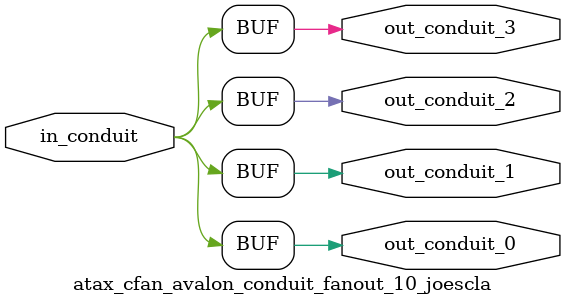
<source format=sv>


 


// --------------------------------------------------------------------------------
//| Avalon Conduit Fan-Out
// --------------------------------------------------------------------------------

// ------------------------------------------
// Generation parameters:
//   output_name:       atax_cfan_avalon_conduit_fanout_10_joescla
//   numFanOut:         4
//   
// ------------------------------------------

module atax_cfan_avalon_conduit_fanout_10_joescla (     

// Interface: out_conduit_0
 output                    out_conduit_0,
// Interface: out_conduit_1
 output                    out_conduit_1,
// Interface: out_conduit_2
 output                    out_conduit_2,
// Interface: out_conduit_3
 output                    out_conduit_3,

// Interface: in_conduit
 input                   in_conduit

);

   assign  out_conduit_0 = in_conduit;
   assign  out_conduit_1 = in_conduit;
   assign  out_conduit_2 = in_conduit;
   assign  out_conduit_3 = in_conduit;

endmodule //


</source>
